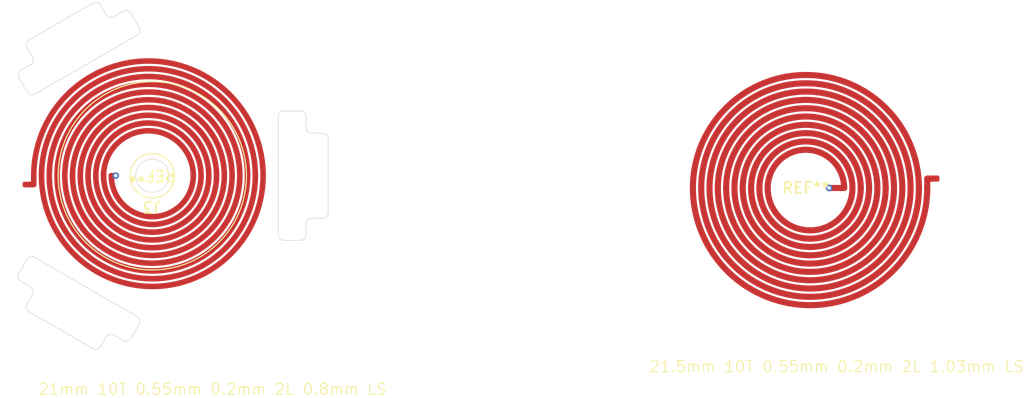
<source format=kicad_pcb>
(kicad_pcb (version 20241229) (generator "pcbnew") (generator_version "9.0")
  (layers (0 "F.Cu" signal) (4 "In1.Cu" signal) (6 "In2.Cu" signal) (2 "B.Cu" signal) (13 "F.Paste" user) (15 "B.Paste" user) (5 "F.SilkS" user "F.Silkscreen") (7 "B.SilkS" user "B.Silkscreen") (1 "F.Mask" user) (3 "B.Mask" user) (25 "Edge.Cuts" user))
  (net 0 "")
  (footprint "COIL_GENERATOR" (layer "F.Cu") (at 38.552262 168.438674 180)
    (property "Reference" "REF**" (at 0 0 180) (layer "F.SilkS"))
    (property "Value" "COIL_GENERATOR")
    (fp_line (start 10.700001 0) (end 10.7 -0.8) (stroke (width 0.5)) (layer "F.Cu"))
    (fp_line (start 10.7 -0.8) (end 11.2 -0.799999) (stroke (width 0.5)) (layer "F.Cu"))
    (fp_line (start 3.7 0) (end 3.3 0) (stroke (width 0.5)) (layer "F.Cu"))
    (fp_arc (start 10.700001 0) (mid 0.35 10.35) (end -10 0) (stroke (width 0.5)) (layer "F.Cu"))
    (fp_arc (start 10 0) (mid 0.35 9.65) (end -9.3 0) (stroke (width 0.5)) (layer "F.Cu"))
    (fp_arc (start 9.3 0) (mid 0.35 8.95) (end -8.6 0) (stroke (width 0.5)) (layer "F.Cu"))
    (fp_arc (start 8.6 0) (mid 0.349999 8.25) (end -7.900001 0) (stroke (width 0.5)) (layer "F.Cu"))
    (fp_arc (start 7.900001 0) (mid 0.35 7.55) (end -7.2 0) (stroke (width 0.5)) (layer "F.Cu"))
    (fp_arc (start 7.2 0) (mid 0.35 6.85) (end -6.5 0) (stroke (width 0.5)) (layer "F.Cu"))
    (fp_arc (start 6.5 0) (mid 0.35 6.15) (end -5.8 0) (stroke (width 0.5)) (layer "F.Cu"))
    (fp_arc (start 5.8 0) (mid 0.349999 5.45) (end -5.100001 0) (stroke (width 0.5)) (layer "F.Cu"))
    (fp_arc (start 5.100001 0) (mid 0.35 4.75) (end -4.4 0) (stroke (width 0.5)) (layer "F.Cu"))
    (fp_arc (start 4.4 0) (mid 0.35 4.05) (end -3.7 0) (stroke (width 0.5)) (layer "F.Cu"))
    (fp_arc (start -3.7 0) (mid 0 -3.7) (end 3.7 0) (stroke (width 0.5)) (layer "F.Cu"))
    (fp_arc (start -4.4 0) (mid 0 -4.4) (end 4.4 0) (stroke (width 0.5)) (layer "F.Cu"))
    (fp_arc (start -5.100001 0) (mid 0 -5.100001) (end 5.100001 0) (stroke (width 0.5)) (layer "F.Cu"))
    (fp_arc (start -5.8 0) (mid 0 -5.8) (end 5.8 0) (stroke (width 0.5)) (layer "F.Cu"))
    (fp_arc (start -6.5 0) (mid 0 -6.5) (end 6.5 0) (stroke (width 0.5)) (layer "F.Cu"))
    (fp_arc (start -7.2 0) (mid 0 -7.2) (end 7.2 0) (stroke (width 0.5)) (layer "F.Cu"))
    (fp_arc (start -7.900001 0) (mid 0 -7.900001) (end 7.900001 0) (stroke (width 0.5)) (layer "F.Cu"))
    (fp_arc (start -8.6 0) (mid 0 -8.6) (end 8.6 0) (stroke (width 0.5)) (layer "F.Cu"))
    (fp_arc (start -9.3 0) (mid 0 -9.3) (end 9.3 0) (stroke (width 0.5)) (layer "F.Cu"))
    (fp_arc (start -10 0) (mid 0 -10) (end 10 0) (stroke (width 0.5)) (layer "F.Cu"))
    (pad "0" thru_hole circle (at 3.3 0 180) (size 0.6 0.6) (drill 0.3) (layers "*.Cu"))
    (pad "1" smd roundrect (at 11.2 -0.799999 180) (size 1 0.5) (layers "F.Cu"))
  )
  (footprint "COIL_GENERATOR" (layer "F.Cu") (at 97.55 169.55)
    (property "Reference" "REF**" (at 0 0 0) (layer "F.SilkS"))
    (property "Value" "COIL_GENERATOR")
    (fp_line (start 3.45 0) (end 2.1 0) (stroke (width 0.55)) (layer "F.Cu"))
    (fp_line (start 10.95 -0.85) (end 11.5 -0.85) (stroke (width 0.55)) (layer "F.Cu"))
    (fp_line (start 10.95 0) (end 10.95 -0.85) (stroke (width 0.55)) (layer "F.Cu"))
    (fp_arc (start -10.2 0) (mid 0 -10.2) (end 10.2 0) (stroke (width 0.55)) (layer "F.Cu"))
    (fp_arc (start -9.45 0) (mid 0 -9.45) (end 9.45 0) (stroke (width 0.55)) (layer "F.Cu"))
    (fp_arc (start -8.7 0) (mid 0 -8.7) (end 8.7 0) (stroke (width 0.55)) (layer "F.Cu"))
    (fp_arc (start -7.95 0) (mid 0 -7.95) (end 7.95 0) (stroke (width 0.55)) (layer "F.Cu"))
    (fp_arc (start -7.2 0) (mid 0 -7.2) (end 7.2 0) (stroke (width 0.55)) (layer "F.Cu"))
    (fp_arc (start -6.45 0) (mid 0 -6.45) (end 6.45 0) (stroke (width 0.55)) (layer "F.Cu"))
    (fp_arc (start -5.7 0) (mid 0 -5.7) (end 5.7 0) (stroke (width 0.55)) (layer "F.Cu"))
    (fp_arc (start -4.95 0) (mid 0 -4.95) (end 4.95 0) (stroke (width 0.55)) (layer "F.Cu"))
    (fp_arc (start -4.2 0) (mid 0 -4.2) (end 4.2 0) (stroke (width 0.55)) (layer "F.Cu"))
    (fp_arc (start -3.45 0) (mid 0 -3.45) (end 3.45 0) (stroke (width 0.55)) (layer "F.Cu"))
    (fp_arc (start 4.2 0) (mid 0.375 3.825) (end -3.45 0) (stroke (width 0.55)) (layer "F.Cu"))
    (fp_arc (start 4.95 0) (mid 0.375 4.575) (end -4.2 0) (stroke (width 0.55)) (layer "F.Cu"))
    (fp_arc (start 5.7 0) (mid 0.375 5.325) (end -4.95 0) (stroke (width 0.55)) (layer "F.Cu"))
    (fp_arc (start 6.45 0) (mid 0.375 6.075) (end -5.7 0) (stroke (width 0.55)) (layer "F.Cu"))
    (fp_arc (start 7.2 0) (mid 0.375 6.825) (end -6.45 0) (stroke (width 0.55)) (layer "F.Cu"))
    (fp_arc (start 7.95 0) (mid 0.375 7.575) (end -7.2 0) (stroke (width 0.55)) (layer "F.Cu"))
    (fp_arc (start 8.7 0) (mid 0.375 8.325) (end -7.95 0) (stroke (width 0.55)) (layer "F.Cu"))
    (fp_arc (start 9.45 0) (mid 0.375 9.075) (end -8.7 0) (stroke (width 0.55)) (layer "F.Cu"))
    (fp_arc (start 10.2 0) (mid 0.375 9.825) (end -9.45 0) (stroke (width 0.55)) (layer "F.Cu"))
    (fp_arc (start 10.95 0) (mid 0.375 10.575) (end -10.2 0) (stroke (width 0.55)) (layer "F.Cu"))
    (pad "0" thru_hole circle (at 2.1 0) (size 0.6 0.6) (drill 0.3) (layers "*.Cu"))
    (pad "1" smd roundrect (at 11.5 -0.85) (size 1.1 0.55) (layers "F.Cu"))
  )
  (footprint "Pixels-dice:TX Coil" (layer "F.Cu") (at 38.552262 168.452074 180)
    (property "Reference" "J3" (at 0 -2.8 180) (layer "F.SilkS"))
    (property "Value" "TX_Coil")
    (fp_circle (center 0 0) (end 8.5 0) (stroke (width 0.1)) (fill no) (layer "F.SilkS"))
    (fp_circle (center 0 0) (end 2 0) (stroke (width 0.1)) (fill no) (layer "F.SilkS"))
  )
  (gr_line (start 27.260436 160.903313) (end 26.510532 159.604442) (stroke (width 0.05)) (layer "Edge.Cuts"))
  (gr_line (start 34.37635 183.001617) (end 33.876473 183.86743) (stroke (width 0.05)) (layer "Edge.Cuts"))
  (gr_line (start 52.425 163.102086) (end 52.425 164.095004) (stroke (width 0.05)) (layer "Edge.Cuts"))
  (gr_line (start 26.497371 177.29782) (end 27.247307 175.998892) (stroke (width 0.05)) (layer "Edge.Cuts"))
  (gr_arc (start 27.943389 161.086359) (mid 27.56402 161.136277) (end 27.260503 160.903273) (stroke (width 0.05)) (layer "Edge.Cuts"))
  (gr_line (start 36.621541 153.766636) (end 37.371643 155.06585) (stroke (width 0.05)) (layer "Edge.Cuts"))
  (gr_arc (start 53.924962 164.602086) (mid 54.278511 164.748533) (end 54.424948 165.102086) (stroke (width 0.05)) (layer "Edge.Cuts"))
  (gr_arc (start 35.072483 154.083623) (mid 34.696848 154.134582) (end 34.385528 153.893746) (stroke (width 0.05)) (layer "Edge.Cuts"))
  (gr_line (start 27.425594 156.189138) (end 33.20652 152.851556) (stroke (width 0.05)) (layer "Edge.Cuts"))
  (gr_arc (start 51.924962 162.602086) (mid 52.278511 162.748533) (end 52.424948 163.102086) (stroke (width 0.05)) (layer "Edge.Cuts"))
  (gr_arc (start 26.510533 159.604442) (mid 26.460568 159.22493) (end 26.693594 158.921246) (stroke (width 0.05)) (layer "Edge.Cuts"))
  (gr_line (start 51.919495 174.277381) (end 50.424962 174.277381) (stroke (width 0.05)) (layer "Edge.Cuts"))
  (gr_line (start 27.742494 157.738263) (end 27.242549 156.872332) (stroke (width 0.05)) (layer "Edge.Cuts"))
  (gr_arc (start 49.925 163.102174) (mid 50.074528 162.745498) (end 50.433707 162.602086) (stroke (width 0.05)) (layer "Edge.Cuts"))
  (gr_arc (start 52.425 173.777474) (mid 52.276598 174.132946) (end 51.919495 174.277381) (stroke (width 0.05)) (layer "Edge.Cuts"))
  (gr_arc (start 27.24255 156.872332) (mid 27.192588 156.492833) (end 27.425607 156.189161) (stroke (width 0.05)) (layer "Edge.Cuts"))
  (gr_line (start 27.546311 178.480776) (end 26.680391 177.980837) (stroke (width 0.05)) (layer "Edge.Cuts"))
  (gr_arc (start 27.742494 157.738263) (mid 27.793235 158.11471) (end 27.554116 158.424355) (stroke (width 0.05)) (layer "Edge.Cuts"))
  (gr_line (start 27.935722 175.818851) (end 37.175481 181.153428) (stroke (width 0.05)) (layer "Edge.Cuts"))
  (gr_line (start 37.354549 181.843226) (end 36.608514 183.135397) (stroke (width 0.05)) (layer "Edge.Cuts"))
  (gr_line (start 26.693565 158.921194) (end 27.554116 158.424355) (stroke (width 0.05)) (layer "Edge.Cuts"))
  (gr_line (start 37.181949 155.752475) (end 27.943389 161.08636) (stroke (width 0.05)) (layer "Edge.Cuts"))
  (gr_arc (start 33.20652 152.851557) (mid 33.585898 152.801633) (end 33.889433 153.034627) (stroke (width 0.05)) (layer "Edge.Cuts"))
  (gr_arc (start 33.876473 183.86743) (mid 33.5728 184.100446) (end 33.193304 184.050484) (stroke (width 0.05)) (layer "Edge.Cuts"))
  (gr_line (start 52.425 172.777474) (end 52.425 173.777474) (stroke (width 0.05)) (layer "Edge.Cuts"))
  (gr_line (start 35.072483 154.083624) (end 35.938458 153.583654) (stroke (width 0.05)) (layer "Edge.Cuts"))
  (gr_arc (start 52.924962 164.602086) (mid 52.573909 164.458127) (end 52.425 164.095004) (stroke (width 0.05)) (layer "Edge.Cuts"))
  (gr_line (start 50.433707 162.602086) (end 51.924962 162.602086) (stroke (width 0.05)) (layer "Edge.Cuts"))
  (gr_line (start 52.924962 164.602086) (end 53.924962 164.602086) (stroke (width 0.05)) (layer "Edge.Cuts"))
  (gr_line (start 33.193306 184.050481) (end 27.412385 180.712845) (stroke (width 0.05)) (layer "Edge.Cuts"))
  (gr_circle (center 38.552262 168.438674) (end 37.052262 168.438674) (stroke (width 0.05)) (fill no) (layer "Edge.Cuts"))
  (gr_arc (start 36.608514 183.135397) (mid 36.304883 183.368381) (end 35.925439 183.318425) (stroke (width 0.05)) (layer "Edge.Cuts"))
  (gr_arc (start 27.412385 180.712845) (mid 27.178964 180.407463) (end 27.231205 180.026782) (stroke (width 0.05)) (layer "Edge.Cuts"))
  (gr_line (start 54.425 165.102086) (end 54.425 171.777474) (stroke (width 0.05)) (layer "Edge.Cuts"))
  (gr_arc (start 26.680391 177.980837) (mid 26.447447 177.677241) (end 26.497428 177.297853) (stroke (width 0.05)) (layer "Edge.Cuts"))
  (gr_arc (start 27.247307 175.998892) (mid 27.55391 175.765085) (end 27.935722 175.818851) (stroke (width 0.05)) (layer "Edge.Cuts"))
  (gr_arc (start 27.546311 178.480776) (mid 27.77932 178.784439) (end 27.729358 179.163924) (stroke (width 0.05)) (layer "Edge.Cuts"))
  (gr_arc (start 37.175481 181.153428) (mid 37.409458 181.460831) (end 37.354549 181.843226) (stroke (width 0.05)) (layer "Edge.Cuts"))
  (gr_arc (start 54.425 171.777474) (mid 54.276598 172.132946) (end 53.919495 172.277381) (stroke (width 0.05)) (layer "Edge.Cuts"))
  (gr_arc (start 35.938458 153.583654) (mid 36.317874 153.533703) (end 36.62148 153.766671) (stroke (width 0.05)) (layer "Edge.Cuts"))
  (gr_arc (start 37.371642 155.06585) (mid 37.420553 155.448911) (end 37.181949 155.752475) (stroke (width 0.05)) (layer "Edge.Cuts"))
  (gr_line (start 33.889494 153.034591) (end 34.385528 153.893746) (stroke (width 0.05)) (layer "Edge.Cuts"))
  (gr_arc (start 34.37635 183.001617) (mid 34.680023 182.768601) (end 35.059518 182.818564) (stroke (width 0.05)) (layer "Edge.Cuts"))
  (gr_line (start 49.925 173.770666) (end 49.925 163.102174) (stroke (width 0.05)) (layer "Edge.Cuts"))
  (gr_arc (start 52.425 172.777474) (mid 52.571465 172.423877) (end 52.925062 172.277413) (stroke (width 0.05)) (layer "Edge.Cuts"))
  (gr_line (start 27.231205 180.026782) (end 27.729372 179.163931) (stroke (width 0.05)) (layer "Edge.Cuts"))
  (gr_line (start 35.925421 183.318457) (end 35.059534 182.818537) (stroke (width 0.05)) (layer "Edge.Cuts"))
  (gr_arc (start 50.424962 174.277381) (mid 50.06904 174.128553) (end 49.925 173.770666) (stroke (width 0.05)) (layer "Edge.Cuts"))
  (gr_line (start 53.919495 172.277381) (end 52.925062 172.277381) (stroke (width 0.05)) (layer "Edge.Cuts"))
  (gr_text "21mm 10T 0.55mm 0.2mm 2L 0.8mm LS" (at 28.2 188.3 0) (layer "F.SilkS") (effects (font (size 1 1) (thickness 0.1)) (justify left bottom)))
  (gr_text "21.5mm 10T 0.55mm 0.2mm 2L 1.03mm LS" (at 83.35 186.25 0) (layer "F.SilkS") (effects (font (size 1 1) (thickness 0.1)) (justify left bottom)))
)
</source>
